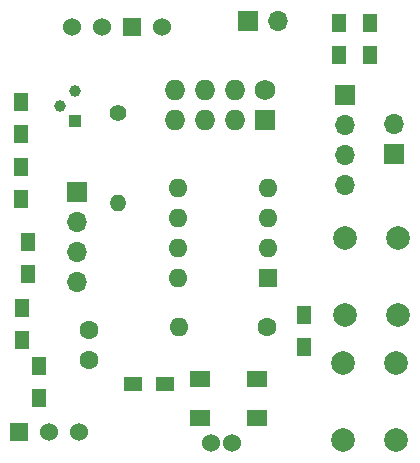
<source format=gbr>
G04 #@! TF.GenerationSoftware,KiCad,Pcbnew,5.0.0-fee4fd1~66~ubuntu16.04.1*
G04 #@! TF.CreationDate,2018-08-17T12:07:40+02:00*
G04 #@! TF.ProjectId,Garden_Guardian,47617264656E5F477561726469616E2E,rev?*
G04 #@! TF.SameCoordinates,Original*
G04 #@! TF.FileFunction,Soldermask,Top*
G04 #@! TF.FilePolarity,Negative*
%FSLAX46Y46*%
G04 Gerber Fmt 4.6, Leading zero omitted, Abs format (unit mm)*
G04 Created by KiCad (PCBNEW 5.0.0-fee4fd1~66~ubuntu16.04.1) date Fri Aug 17 12:07:40 2018*
%MOMM*%
%LPD*%
G01*
G04 APERTURE LIST*
%ADD10C,1.524000*%
%ADD11R,1.524000X1.524000*%
%ADD12O,1.600000X1.600000*%
%ADD13C,1.600000*%
%ADD14O,1.700000X1.700000*%
%ADD15R,1.700000X1.700000*%
%ADD16R,1.000000X1.000000*%
%ADD17C,1.000000*%
%ADD18C,2.000000*%
%ADD19C,1.727200*%
%ADD20R,1.727200X1.727200*%
%ADD21O,1.727200X1.727200*%
%ADD22R,1.600000X1.600000*%
%ADD23R,1.800000X1.400000*%
%ADD24C,1.400000*%
%ADD25O,1.400000X1.400000*%
%ADD26R,1.300000X1.500000*%
%ADD27R,1.500000X1.300000*%
G04 APERTURE END LIST*
D10*
G04 #@! TO.C,U103*
X150320000Y-75696000D03*
X152860000Y-75696000D03*
D11*
X155400000Y-75696000D03*
D10*
X157940000Y-75696000D03*
G04 #@! TD*
G04 #@! TO.C,U104*
X150882000Y-109975000D03*
X148342000Y-109975000D03*
D11*
X145802000Y-109975000D03*
G04 #@! TD*
D12*
G04 #@! TO.C,C101*
X159310000Y-101070000D03*
D13*
X166810000Y-101070000D03*
G04 #@! TD*
D14*
G04 #@! TO.C,J101*
X167750000Y-75210000D03*
D15*
X165210000Y-75210000D03*
G04 #@! TD*
G04 #@! TO.C,J102*
X173410000Y-81480000D03*
D14*
X173410000Y-84020000D03*
X173410000Y-86560000D03*
X173410000Y-89100000D03*
G04 #@! TD*
G04 #@! TO.C,J103*
X150680000Y-97250000D03*
X150680000Y-94710000D03*
X150680000Y-92170000D03*
D15*
X150680000Y-89630000D03*
G04 #@! TD*
D14*
G04 #@! TO.C,JP101*
X177540000Y-83860000D03*
D15*
X177540000Y-86400000D03*
G04 #@! TD*
D16*
G04 #@! TO.C,Q101*
X150580000Y-83610000D03*
D17*
X150580000Y-81070000D03*
X149310000Y-82340000D03*
G04 #@! TD*
D18*
G04 #@! TO.C,SW101*
X173230000Y-104160000D03*
X177730000Y-104160000D03*
X173230000Y-110660000D03*
X177730000Y-110660000D03*
G04 #@! TD*
G04 #@! TO.C,SW102*
X177920000Y-100050000D03*
X173420000Y-100050000D03*
X177920000Y-93550000D03*
X173420000Y-93550000D03*
G04 #@! TD*
D19*
G04 #@! TO.C,U101*
X166630000Y-81010000D03*
D20*
X166630000Y-83550000D03*
D21*
X164090000Y-81010000D03*
X164090000Y-83550000D03*
X161550000Y-81010000D03*
X161550000Y-83550000D03*
X159010000Y-81010000D03*
X159010000Y-83550000D03*
G04 #@! TD*
D12*
G04 #@! TO.C,U102*
X159300000Y-96970000D03*
X166920000Y-89350000D03*
X159300000Y-94430000D03*
X166920000Y-91890000D03*
X159300000Y-91890000D03*
X166920000Y-94430000D03*
X159300000Y-89350000D03*
D22*
X166920000Y-96970000D03*
G04 #@! TD*
D23*
G04 #@! TO.C,U105*
X165920000Y-108760000D03*
X165920000Y-105460000D03*
X161120000Y-105460000D03*
X161120000Y-108760000D03*
G04 #@! TD*
D24*
G04 #@! TO.C,R109*
X154180000Y-83000000D03*
D25*
X154180000Y-90620000D03*
G04 #@! TD*
D26*
G04 #@! TO.C,D101*
X146050000Y-99510000D03*
X146050000Y-102210000D03*
G04 #@! TD*
G04 #@! TO.C,D102*
X146010000Y-87520000D03*
X146010000Y-90220000D03*
G04 #@! TD*
G04 #@! TO.C,R101*
X172880000Y-75330000D03*
X172880000Y-78030000D03*
G04 #@! TD*
D13*
G04 #@! TO.C,R102*
X151730000Y-103850000D03*
X151730000Y-101310000D03*
G04 #@! TD*
D26*
G04 #@! TO.C,R103*
X147490000Y-107110000D03*
X147490000Y-104410000D03*
G04 #@! TD*
G04 #@! TO.C,R104*
X175510000Y-78070000D03*
X175510000Y-75370000D03*
G04 #@! TD*
G04 #@! TO.C,R105*
X146570000Y-96620000D03*
X146570000Y-93920000D03*
G04 #@! TD*
G04 #@! TO.C,R106*
X145990000Y-82050000D03*
X145990000Y-84750000D03*
G04 #@! TD*
G04 #@! TO.C,R107*
X169970000Y-100070000D03*
X169970000Y-102770000D03*
G04 #@! TD*
D27*
G04 #@! TO.C,R108*
X158190000Y-105910000D03*
X155490000Y-105910000D03*
G04 #@! TD*
D10*
G04 #@! TO.C,U106*
X163799000Y-110908000D03*
X162021000Y-110908000D03*
G04 #@! TD*
M02*

</source>
